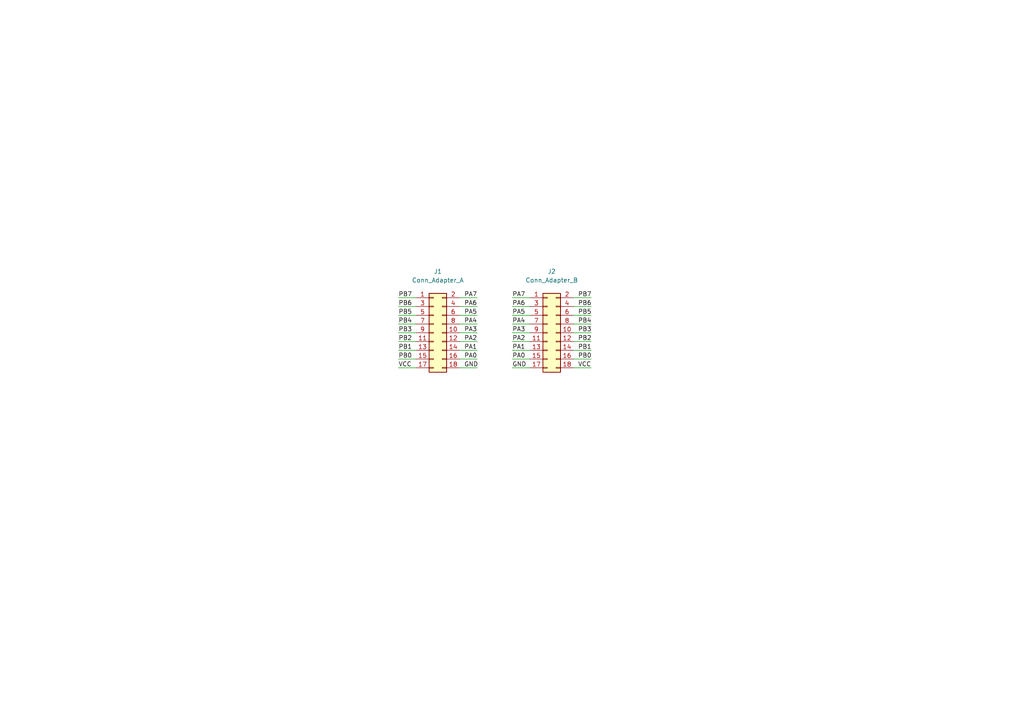
<source format=kicad_sch>
(kicad_sch (version 20230121) (generator eeschema)
  (paper "A4")
  (title_block (title "PAL-1 RIOT Adapter") (date "Feb 2024") (rev "1.0a") (company "Plastic Objects Limited"))
  (lib_symbols
    (symbol "Connector_Generic:Conn_02x09_Odd_Even" (pin_names (offset 1.016) hide)
      (property "Reference" "J" (at 1.27 12.7 0))
      (property "Value" "Conn_02x09_Odd_Even" (at 1.27 -12.7 0))
      (symbol "Conn_02x09_Odd_Even_1_1"
        (rectangle (start -1.27 -10.033) (end 0 -10.287) (stroke (width 0.1524)))
        (rectangle (start -1.27 -7.493) (end 0 -7.747) (stroke (width 0.1524)))
        (rectangle (start -1.27 -4.953) (end 0 -5.207) (stroke (width 0.1524)))
        (rectangle (start -1.27 -2.413) (end 0 -2.667) (stroke (width 0.1524)))
        (rectangle (start -1.27 0.127) (end 0 -0.127) (stroke (width 0.1524)))
        (rectangle (start -1.27 2.667) (end 0 2.413) (stroke (width 0.1524)))
        (rectangle (start -1.27 5.207) (end 0 4.953) (stroke (width 0.1524)))
        (rectangle (start -1.27 7.747) (end 0 7.493) (stroke (width 0.1524)))
        (rectangle (start -1.27 10.287) (end 0 10.033) (stroke (width 0.1524)))
        (rectangle (start -1.27 11.43) (end 3.81 -11.43) (stroke (width 0.254)) (fill (type background)))
        (rectangle (start 3.81 -10.033) (end 2.54 -10.287) (stroke (width 0.1524)))
        (rectangle (start 3.81 -7.493) (end 2.54 -7.747) (stroke (width 0.1524)))
        (rectangle (start 3.81 -4.953) (end 2.54 -5.207) (stroke (width 0.1524)))
        (rectangle (start 3.81 -2.413) (end 2.54 -2.667) (stroke (width 0.1524)))
        (rectangle (start 3.81 0.127) (end 2.54 -0.127) (stroke (width 0.1524)))
        (rectangle (start 3.81 2.667) (end 2.54 2.413) (stroke (width 0.1524)))
        (rectangle (start 3.81 5.207) (end 2.54 4.953) (stroke (width 0.1524)))
        (rectangle (start 3.81 7.747) (end 2.54 7.493) (stroke (width 0.1524)))
        (rectangle (start 3.81 10.287) (end 2.54 10.033) (stroke (width 0.1524)))
        (pin passive line (at -5.08 10.16 0) (length 3.81) (name "Pin_1") (number "1"))
        (pin passive line (at 7.62 0 180) (length 3.81) (name "Pin_10") (number "10"))
        (pin passive line (at -5.08 -2.54 0) (length 3.81) (name "Pin_11") (number "11"))
        (pin passive line (at 7.62 -2.54 180) (length 3.81) (name "Pin_12") (number "12"))
        (pin passive line (at -5.08 -5.08 0) (length 3.81) (name "Pin_13") (number "13"))
        (pin passive line (at 7.62 -5.08 180) (length 3.81) (name "Pin_14") (number "14"))
        (pin passive line (at -5.08 -7.62 0) (length 3.81) (name "Pin_15") (number "15"))
        (pin passive line (at 7.62 -7.62 180) (length 3.81) (name "Pin_16") (number "16"))
        (pin passive line (at -5.08 -10.16 0) (length 3.81) (name "Pin_17") (number "17"))
        (pin passive line (at 7.62 -10.16 180) (length 3.81) (name "Pin_18") (number "18"))
        (pin passive line (at 7.62 10.16 180) (length 3.81) (name "Pin_2") (number "2"))
        (pin passive line (at -5.08 7.62 0) (length 3.81) (name "Pin_3") (number "3"))
        (pin passive line (at 7.62 7.62 180) (length 3.81) (name "Pin_4") (number "4"))
        (pin passive line (at -5.08 5.08 0) (length 3.81) (name "Pin_5") (number "5"))
        (pin passive line (at 7.62 5.08 180) (length 3.81) (name "Pin_6") (number "6"))
        (pin passive line (at -5.08 2.54 0) (length 3.81) (name "Pin_7") (number "7"))
        (pin passive line (at 7.62 2.54 180) (length 3.81) (name "Pin_8") (number "8"))
        (pin passive line (at -5.08 0 0) (length 3.81) (name "Pin_9") (number "9"))
      )
    )
  )
  (wire (pts (xy 115.57 106.68) (xy 120.65 106.68)))
  (wire (pts (xy 166.37 104.14) (xy 171.45 104.14)))
  (wire (pts (xy 115.57 86.36) (xy 120.65 86.36)))
  (wire (pts (xy 133.35 96.52) (xy 138.43 96.52)))
  (wire (pts (xy 133.35 91.44) (xy 138.43 91.44)))
  (wire (pts (xy 148.59 101.6) (xy 153.67 101.6)))
  (wire (pts (xy 115.57 88.9) (xy 120.65 88.9)))
  (wire (pts (xy 115.57 99.06) (xy 120.65 99.06)))
  (wire (pts (xy 148.59 104.14) (xy 153.67 104.14)))
  (wire (pts (xy 133.35 99.06) (xy 138.43 99.06)))
  (wire (pts (xy 133.35 101.6) (xy 138.43 101.6)))
  (wire (pts (xy 133.35 93.98) (xy 138.43 93.98)))
  (wire (pts (xy 148.59 99.06) (xy 153.67 99.06)))
  (wire (pts (xy 115.57 104.14) (xy 120.65 104.14)))
  (wire (pts (xy 115.57 91.44) (xy 120.65 91.44)))
  (wire (pts (xy 148.59 96.52) (xy 153.67 96.52)))
  (wire (pts (xy 133.35 106.68) (xy 138.43 106.68)))
  (wire (pts (xy 166.37 88.9) (xy 171.45 88.9)))
  (wire (pts (xy 166.37 86.36) (xy 171.45 86.36)))
  (wire (pts (xy 115.57 101.6) (xy 120.65 101.6)))
  (wire (pts (xy 148.59 88.9) (xy 153.67 88.9)))
  (wire (pts (xy 166.37 96.52) (xy 171.45 96.52)))
  (wire (pts (xy 166.37 91.44) (xy 171.45 91.44)))
  (wire (pts (xy 148.59 91.44) (xy 153.67 91.44)))
  (wire (pts (xy 166.37 106.68) (xy 171.45 106.68)))
  (wire (pts (xy 148.59 86.36) (xy 153.67 86.36)))
  (wire (pts (xy 166.37 93.98) (xy 171.45 93.98)))
  (wire (pts (xy 148.59 106.68) (xy 153.67 106.68)))
  (wire (pts (xy 133.35 104.14) (xy 138.43 104.14)))
  (wire (pts (xy 133.35 88.9) (xy 138.43 88.9)))
  (wire (pts (xy 115.57 93.98) (xy 120.65 93.98)))
  (wire (pts (xy 115.57 96.52) (xy 120.65 96.52)))
  (wire (pts (xy 148.59 93.98) (xy 153.67 93.98)))
  (wire (pts (xy 133.35 86.36) (xy 138.43 86.36)))
  (wire (pts (xy 166.37 101.6) (xy 171.45 101.6)))
  (wire (pts (xy 166.37 99.06) (xy 171.45 99.06)))
  (label "PB4" (at 167.64 93.98 0))
  (label "GND" (at 134.62 106.68 0))
  (label "VCC" (at 115.57 106.68 0))
  (label "PB5" (at 167.64 91.44 0))
  (label "PB7" (at 167.64 86.36 0))
  (label "PB3" (at 167.64 96.52 0))
  (label "PA2" (at 134.62 99.06 0))
  (label "PA4" (at 134.62 93.98 0))
  (label "PB1" (at 167.64 101.6 0))
  (label "PA1" (at 134.62 101.6 0))
  (label "PB4" (at 115.57 93.98 0))
  (label "PA2" (at 148.59 99.06 0))
  (label "PB6" (at 167.64 88.9 0))
  (label "PB1" (at 115.57 101.6 0))
  (label "PB0" (at 167.64 104.14 0))
  (label "VCC" (at 167.64 106.68 0))
  (label "PA6" (at 134.62 88.9 0))
  (label "GND" (at 148.59 106.68 0))
  (label "PB5" (at 115.57 91.44 0))
  (label "PA3" (at 134.62 96.52 0))
  (label "PA5" (at 148.59 91.44 0))
  (label "PA3" (at 148.59 96.52 0))
  (label "PA0" (at 148.59 104.14 0))
  (label "PA7" (at 134.62 86.36 0))
  (label "PB7" (at 115.57 86.36 0))
  (label "PB2" (at 167.64 99.06 0))
  (label "PA1" (at 148.59 101.6 0))
  (label "PB0" (at 115.57 104.14 0))
  (label "PA7" (at 148.59 86.36 0))
  (label "PB6" (at 115.57 88.9 0))
  (label "PB3" (at 115.57 96.52 0))
  (label "PA6" (at 148.59 88.9 0))
  (label "PA0" (at 134.62 104.14 0))
  (label "PA5" (at 134.62 91.44 0))
  (label "PA4" (at 148.59 93.98 0))
  (label "PB2" (at 115.57 99.06 0))
  (symbol (lib_id "Connector_Generic:Conn_02x09_Odd_Even") (at 125.73 96.52 0) (unit 1)
    (property "Reference" "J1" (at 127 78.74 0))
    (property "Value" "Conn_Adapter_A" (at 127 81.28 0))
    (property "Footprint" "Connector_PinSocket_2.54mm:PinSocket_2x09_P2.54mm_Horizontal" (effects hide))
  )
  (symbol (lib_id "Connector_Generic:Conn_02x09_Odd_Even") (at 158.75 96.52 0) (unit 1)
    (property "Reference" "J2" (at 160.02 78.74 0))
    (property "Value" "Conn_Adapter_B" (at 160.02 81.28 0))
    (property "Footprint" "Connector_PinSocket_2.54mm:PinSocket_2x09_P2.54mm_Vertical" (effects hide))
  )
)
</source>
